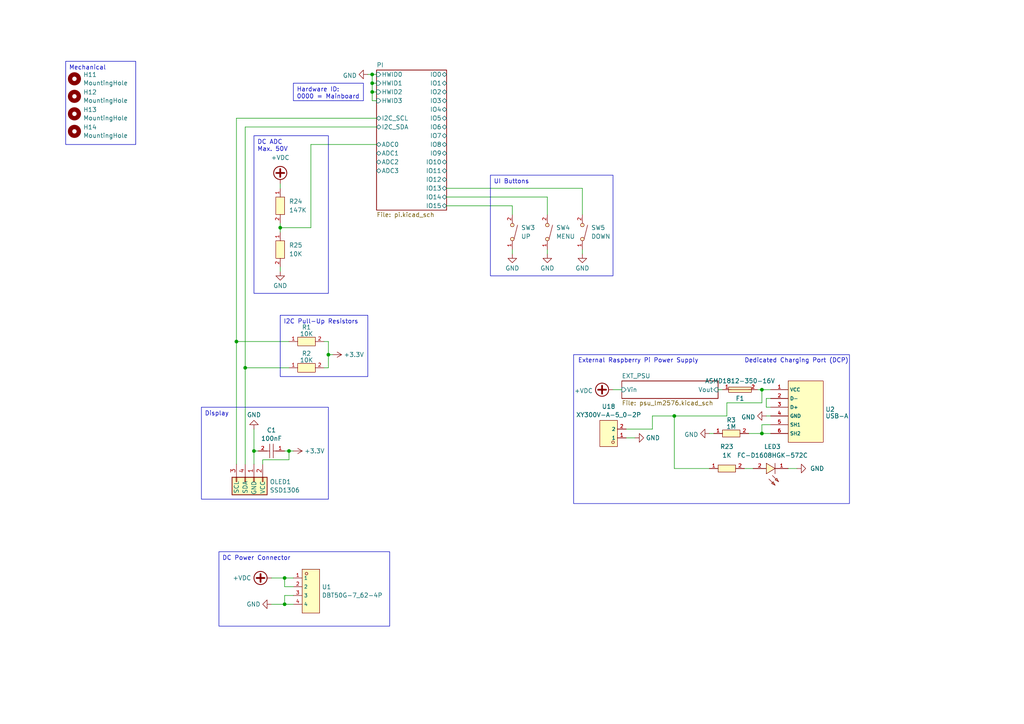
<source format=kicad_sch>
(kicad_sch (version 20231120) (generator "eeschema") (generator_version "8.0")
  (paper "A4")
  (title_block (title "Dispensy Mainboard") (date "2024-02-05") (rev "1") (company "DrinkRobotics") (comment 1 "https://git.xythobuz.de/thomas/Dispensy") (comment 2 "Licensed under the CERN-OHL-S-2.0+") (comment 3 "PCB Thickness: 1mm") (comment 4 "Copyright (c) 2023 - 2024 Thomas Buck <thomas@xythobuz.de>"))
  (lib_symbols
    (symbol "Mechanical:MountingHole" (pin_names (offset 1.016))
      (property "Reference" "H" (at 0 5.08 0))
      (property "Value" "MountingHole" (at 0 3.175 0))
      (symbol "MountingHole_0_1"
        (circle (center 0 0) (radius 1.27) (stroke (width 1.27)))
      )
    )
    (symbol "SSD1306:SSD1306" (pin_names (offset 1.016))
      (property "Reference" "OLED" (at 0 5.08 0))
      (property "Value" "SSD1306" (at 0 -7.62 0))
      (symbol "SSD1306_1_1"
        (rectangle (start -1.27 -4.953) (end 0 -5.207) (stroke (width 0.1524)))
        (rectangle (start -1.27 -2.413) (end 0 -2.667) (stroke (width 0.1524)))
        (rectangle (start -1.27 0.127) (end 0 -0.127) (stroke (width 0.1524)))
        (rectangle (start -1.27 2.667) (end 0 2.413) (stroke (width 0.1524)))
        (rectangle (start -1.27 3.81) (end 3.81 -6.35) (stroke (width 0.254)) (fill (type background)))
        (pin power_in line (at -5.08 0 0) (length 3.81) (name "GND") (number "1"))
        (pin power_in line (at -5.08 2.54 0) (length 3.81) (name "VCC") (number "2"))
        (pin input line (at -5.08 -5.08 0) (length 3.81) (name "SCL") (number "3"))
        (pin bidirectional line (at -5.08 -2.54 0) (length 3.81) (name "SDA") (number "4"))
      )
    )
    (symbol "jlc:AC0402FR-071ML" (pin_names hide)
      (property "Reference" "R" (at 0 1.27 0))
      (property "Value" "AC0402FR-071ML" (at 0 -2.54 0))
      (symbol "AC0402FR-071ML_0_1"
        (rectangle (start -2.54 1.016) (end 2.54 -1.016) (fill (type background)))
        (pin unspecified line (at -5.08 0 0) (length 2.54) (name "1") (number "1"))
        (pin unspecified line (at 5.08 0 180) (length 2.54) (name "2") (number "2"))
      )
    )
    (symbol "jlc:ASMD1812-350-16V" (pin_names hide)
      (property "Reference" "F" (at 0 1.27 0))
      (property "Value" "ASMD1812-350-16V" (at 0 -2.54 0))
      (symbol "ASMD1812-350-16V_0_1"
        (rectangle (start -3.302 0.762) (end 3.302 -0.762) (fill (type background)))
        (polyline (pts (xy -2.54 0) (xy 2.54 0)))
        (pin unspecified line (at -5.08 0 0) (length 2.54) (name "1") (number "1"))
        (pin unspecified line (at 5.08 0 180) (length 2.54) (name "2") (number "2"))
      )
    )
    (symbol "jlc:CC0402KRX7R8BB104" (pin_names hide)
      (property "Reference" "C" (at 0 1.27 0))
      (property "Value" "CC0402KRX7R8BB104" (at 0 -2.54 0))
      (symbol "CC0402KRX7R8BB104_0_1"
        (polyline (pts (xy -1.27 0) (xy -0.508 0)))
        (polyline (pts (xy -0.508 2.032) (xy -0.508 -2.032)))
        (polyline (pts (xy 0.508 0) (xy 1.27 0)))
        (polyline (pts (xy 0.508 2.032) (xy 0.508 -2.032)))
        (pin input line (at -3.81 0 0) (length 2.54) (name "1") (number "1"))
        (pin input line (at 3.81 0 180) (length 2.54) (name "2") (number "2"))
      )
    )
    (symbol "jlc:CR-02FL6----1K" (pin_names hide)
      (property "Reference" "R" (at 0 1.27 0))
      (property "Value" "CR-02FL6----1K" (at 0 -2.54 0))
      (symbol "CR-02FL6----1K_0_1"
        (rectangle (start -2.54 1.016) (end 2.54 -1.016) (fill (type background)))
        (pin unspecified line (at -5.08 0 0) (length 2.54) (name "1") (number "1"))
        (pin unspecified line (at 5.08 0 180) (length 2.54) (name "2") (number "2"))
      )
    )
    (symbol "jlc:CR-02FL6---10K" (pin_names hide)
      (property "Reference" "R" (at 0 1.27 0))
      (property "Value" "CR-02FL6---10K" (at 0 -2.54 0))
      (symbol "CR-02FL6---10K_0_1"
        (rectangle (start -2.54 1.27) (end 2.54 -1.27) (fill (type background)))
        (pin unspecified line (at -5.08 0 0) (length 2.54) (name "1") (number "1"))
        (pin unspecified line (at 5.08 0 180) (length 2.54) (name "2") (number "2"))
      )
    )
    (symbol "jlc:CR0402F147KQ10Z" (pin_names hide)
      (property "Reference" "R" (at 0 1.27 0))
      (property "Value" "CR0402F147KQ10Z" (at 0 -2.54 0))
      (symbol "CR0402F147KQ10Z_0_1"
        (rectangle (start -2.54 1.27) (end 2.54 -1.27) (fill (type background)))
        (pin unspecified line (at -5.08 0 0) (length 2.54) (name "1") (number "1"))
        (pin unspecified line (at 5.08 0 180) (length 2.54) (name "2") (number "2"))
      )
    )
    (symbol "jlc:DBT50G-7_62-4P"
      (property "Reference" "U" (at 0 1.27 0))
      (property "Value" "DBT50G-7_62-4P" (at 0 -2.54 0))
      (symbol "DBT50G-7_62-4P_0_1"
        (rectangle (start -2.54 6.35) (end 2.54 -6.35) (fill (type background)))
        (circle (center -1.27 5.08) (radius 0.381) (fill (type background)))
        (pin unspecified line (at -5.08 3.81 0) (length 2.54) (name "1") (number "1"))
        (pin unspecified line (at -5.08 1.27 0) (length 2.54) (name "2") (number "2"))
        (pin unspecified line (at -5.08 -1.27 0) (length 2.54) (name "3") (number "3"))
        (pin unspecified line (at -5.08 -3.81 0) (length 2.54) (name "4") (number "4"))
      )
    )
    (symbol "jlc:FC-D1608HGK-572C" (pin_names hide)
      (property "Reference" "LED" (at 0 1.27 0))
      (property "Value" "FC-D1608HGK-572C" (at 0 -2.54 0))
      (symbol "FC-D1608HGK-572C_0_1"
        (polyline (pts (xy -1.27 1.524) (xy -1.27 -1.524)))
        (polyline (pts (xy -0.508 2.032) (xy -2.286 3.81)))
        (polyline (pts (xy 0.508 3.048) (xy -1.27 4.826)))
        (polyline (pts (xy -2.286 3.81) (xy -1.27 3.302) (xy -1.778 2.794) (xy -2.286 3.81)) (fill (type background)))
        (polyline (pts (xy -1.27 4.826) (xy -0.254 4.318) (xy -0.762 3.81) (xy -1.27 4.826)) (fill (type background)))
        (polyline (pts (xy 1.27 -1.524) (xy -1.27 0) (xy 1.27 1.524) (xy 1.27 -1.524)) (fill (type background)))
        (pin input line (at -5.08 0 0) (length 3.81) (name "-") (number "1"))
        (pin input line (at 5.08 0 180) (length 3.81) (name "+") (number "2"))
      )
    )
    (symbol "jlc:TS-1092U-B3D2" (pin_names hide)
      (property "Reference" "SW" (at 0 1.27 0))
      (property "Value" "TS-1092U-B3D2" (at 0 -2.54 0))
      (symbol "TS-1092U-B3D2_0_1"
        (circle (center -2.032 0) (radius 0.508) (fill (type background)))
        (polyline (pts (xy 2.032 1.524) (xy -2.032 0.508)))
        (circle (center 2.032 0) (radius 0.508) (fill (type background)))
        (pin unspecified line (at -5.08 0 0) (length 2.54) (name "1") (number "1"))
        (pin unspecified line (at 5.08 0 180) (length 2.54) (name "2") (number "2"))
      )
    )
    (symbol "jlc:U-USBAR04P-F000"
      (property "Reference" "U" (at 0 1.27 0))
      (property "Value" "U-USBAR04P-F000" (at 0 -2.54 0))
      (symbol "U-USBAR04P-F000_0_1"
        (rectangle (start -2.54 10.16) (end 7.62 -7.62) (fill (type background)))
        (pin unspecified line (at -7.62 7.62 0) (length 5.08) (name "VCC") (number "1"))
        (pin unspecified line (at -7.62 5.08 0) (length 5.08) (name "D-") (number "2"))
        (pin unspecified line (at -7.62 2.54 0) (length 5.08) (name "D+") (number "3"))
        (pin unspecified line (at -7.62 0 0) (length 5.08) (name "GND") (number "4"))
        (pin unspecified line (at -7.62 -2.54 0) (length 5.08) (name "SH1") (number "5"))
        (pin unspecified line (at -7.62 -5.08 0) (length 5.08) (name "SH2") (number "6"))
      )
    )
    (symbol "jlc:XY300V-A-5_0-2P"
      (property "Reference" "U" (at 0 1.27 0))
      (property "Value" "XY300V-A-5_0-2P" (at 0 -2.54 0))
      (symbol "XY300V-A-5_0-2P_0_1"
        (rectangle (start -2.54 3.81) (end 2.54 -3.81) (fill (type background)))
        (circle (center -1.27 2.54) (radius 0.381) (fill (type background)))
        (pin unspecified line (at -5.08 1.27 0) (length 2.54) (name "1") (number "1"))
        (pin unspecified line (at -5.08 -1.27 0) (length 2.54) (name "2") (number "2"))
      )
    )
    (symbol "power:+3.3V" (power) (pin_names (offset 0))
      (property "Value" "+3.3V" (at 0 3.556 0))
      (symbol "+3.3V_0_1"
        (polyline (pts (xy -0.762 1.27) (xy 0 2.54)))
        (polyline (pts (xy 0 0) (xy 0 2.54)))
        (polyline (pts (xy 0 2.54) (xy 0.762 1.27)))
      )
      (symbol "+3.3V_1_1"
        (pin power_in line (at 0 0 90) (length 0) hide (name "+3.3V") (number "1"))
      )
    )
    (symbol "power:+VDC" (power) (pin_names (offset 0))
      (property "Value" "+VDC" (at 0 6.35 0))
      (symbol "+VDC_0_1"
        (polyline (pts (xy -1.143 3.175) (xy 1.143 3.175)) (stroke (width 0.508)))
        (polyline (pts (xy 0 0) (xy 0 1.27)))
        (polyline (pts (xy 0 2.032) (xy 0 4.318)) (stroke (width 0.508)))
        (circle (center 0 3.175) (radius 1.905) (stroke (width 0.254)))
      )
      (symbol "+VDC_1_1"
        (pin power_in line (at 0 0 90) (length 0) hide (name "+VDC") (number "1"))
      )
    )
    (symbol "power:GND" (power) (pin_names (offset 0))
      (property "Value" "GND" (at 0 -3.81 0))
      (symbol "GND_0_1"
        (polyline (pts (xy 0 0) (xy 0 -1.27) (xy 1.27 -1.27) (xy 0 -2.54) (xy -1.27 -1.27) (xy 0 -1.27)))
      )
      (symbol "GND_1_1"
        (pin power_in line (at 0 0 270) (length 0) hide (name "GND") (number "1"))
      )
    )
  )
  (junction (at 71.12 106.68))
  (junction (at 82.55 167.64))
  (junction (at 95.25 102.87))
  (junction (at 81.28 66.04))
  (junction (at 195.58 120.65))
  (junction (at 82.55 175.26))
  (junction (at 220.98 125.73))
  (junction (at 68.58 99.06))
  (junction (at 107.95 24.13))
  (junction (at 107.95 26.67))
  (junction (at 73.66 130.81))
  (junction (at 83.82 130.81))
  (junction (at 107.95 21.59))
  (junction (at 220.98 113.03))
  (wire (pts (xy 181.61 124.46) (xy 189.23 124.46)))
  (wire (pts (xy 210.82 116.84) (xy 220.98 116.84)))
  (wire (pts (xy 220.98 125.73) (xy 217.17 125.73)))
  (wire (pts (xy 222.25 115.57) (xy 223.52 115.57)))
  (wire (pts (xy 106.68 21.59) (xy 107.95 21.59)))
  (wire (pts (xy 81.28 64.77) (xy 81.28 66.04)))
  (wire (pts (xy 129.54 54.61) (xy 168.91 54.61)))
  (wire (pts (xy 129.54 57.15) (xy 158.75 57.15)))
  (wire (pts (xy 83.82 133.35) (xy 83.82 130.81)))
  (wire (pts (xy 76.2 134.62) (xy 76.2 133.35)))
  (wire (pts (xy 73.66 130.81) (xy 73.66 134.62)))
  (wire (pts (xy 82.55 172.72) (xy 82.55 175.26)))
  (wire (pts (xy 85.09 172.72) (xy 82.55 172.72)))
  (wire (pts (xy 71.12 36.83) (xy 109.22 36.83)))
  (wire (pts (xy 93.98 106.68) (xy 95.25 106.68)))
  (wire (pts (xy 210.82 120.65) (xy 210.82 116.84)))
  (wire (pts (xy 71.12 106.68) (xy 83.82 106.68)))
  (wire (pts (xy 228.6 135.89) (xy 231.14 135.89)))
  (wire (pts (xy 95.25 102.87) (xy 96.52 102.87)))
  (wire (pts (xy 195.58 120.65) (xy 210.82 120.65)))
  (wire (pts (xy 73.66 124.46) (xy 73.66 130.81)))
  (wire (pts (xy 222.25 120.65) (xy 223.52 120.65)))
  (wire (pts (xy 109.22 29.21) (xy 107.95 29.21)))
  (wire (pts (xy 107.95 29.21) (xy 107.95 26.67)))
  (wire (pts (xy 82.55 170.18) (xy 82.55 167.64)))
  (wire (pts (xy 158.75 72.39) (xy 158.75 73.66)))
  (wire (pts (xy 195.58 135.89) (xy 195.58 120.65)))
  (wire (pts (xy 189.23 120.65) (xy 195.58 120.65)))
  (wire (pts (xy 68.58 34.29) (xy 109.22 34.29)))
  (wire (pts (xy 78.74 175.26) (xy 82.55 175.26)))
  (wire (pts (xy 205.74 125.73) (xy 207.01 125.73)))
  (wire (pts (xy 181.61 127) (xy 184.15 127)))
  (wire (pts (xy 82.55 130.81) (xy 83.82 130.81)))
  (wire (pts (xy 90.17 41.91) (xy 90.17 66.04)))
  (wire (pts (xy 82.55 167.64) (xy 85.09 167.64)))
  (wire (pts (xy 219.71 113.03) (xy 220.98 113.03)))
  (wire (pts (xy 220.98 113.03) (xy 223.52 113.03)))
  (wire (pts (xy 68.58 134.62) (xy 68.58 99.06)))
  (wire (pts (xy 148.59 59.69) (xy 148.59 62.23)))
  (wire (pts (xy 223.52 118.11) (xy 222.25 118.11)))
  (wire (pts (xy 95.25 106.68) (xy 95.25 102.87)))
  (wire (pts (xy 71.12 134.62) (xy 71.12 106.68)))
  (wire (pts (xy 81.28 53.34) (xy 81.28 54.61)))
  (wire (pts (xy 107.95 26.67) (xy 107.95 24.13)))
  (wire (pts (xy 168.91 54.61) (xy 168.91 62.23)))
  (wire (pts (xy 220.98 123.19) (xy 220.98 125.73)))
  (wire (pts (xy 177.8 113.03) (xy 180.34 113.03)))
  (wire (pts (xy 90.17 66.04) (xy 81.28 66.04)))
  (wire (pts (xy 168.91 72.39) (xy 168.91 73.66)))
  (wire (pts (xy 208.28 113.03) (xy 209.55 113.03)))
  (wire (pts (xy 73.66 130.81) (xy 74.93 130.81)))
  (wire (pts (xy 109.22 24.13) (xy 107.95 24.13)))
  (wire (pts (xy 223.52 123.19) (xy 220.98 123.19)))
  (wire (pts (xy 148.59 72.39) (xy 148.59 73.66)))
  (wire (pts (xy 78.74 167.64) (xy 82.55 167.64)))
  (wire (pts (xy 85.09 170.18) (xy 82.55 170.18)))
  (wire (pts (xy 158.75 57.15) (xy 158.75 62.23)))
  (wire (pts (xy 220.98 116.84) (xy 220.98 113.03)))
  (wire (pts (xy 95.25 99.06) (xy 95.25 102.87)))
  (wire (pts (xy 107.95 24.13) (xy 107.95 21.59)))
  (wire (pts (xy 71.12 36.83) (xy 71.12 106.68)))
  (wire (pts (xy 82.55 175.26) (xy 85.09 175.26)))
  (wire (pts (xy 68.58 99.06) (xy 83.82 99.06)))
  (wire (pts (xy 129.54 59.69) (xy 148.59 59.69)))
  (wire (pts (xy 93.98 99.06) (xy 95.25 99.06)))
  (wire (pts (xy 83.82 130.81) (xy 85.09 130.81)))
  (wire (pts (xy 107.95 21.59) (xy 109.22 21.59)))
  (wire (pts (xy 81.28 66.04) (xy 81.28 67.31)))
  (wire (pts (xy 215.9 135.89) (xy 218.44 135.89)))
  (wire (pts (xy 81.28 77.47) (xy 81.28 78.74)))
  (wire (pts (xy 107.95 26.67) (xy 109.22 26.67)))
  (wire (pts (xy 189.23 124.46) (xy 189.23 120.65)))
  (wire (pts (xy 68.58 34.29) (xy 68.58 99.06)))
  (wire (pts (xy 220.98 125.73) (xy 223.52 125.73)))
  (wire (pts (xy 90.17 41.91) (xy 109.22 41.91)))
  (wire (pts (xy 205.74 135.89) (xy 195.58 135.89)))
  (wire (pts (xy 76.2 133.35) (xy 83.82 133.35)))
  (wire (pts (xy 222.25 118.11) (xy 222.25 115.57)))
  (rectangle (start 166.37 102.87) (end 246.38 146.05))
  (text_box "Hardware ID:\n0000 = Mainboard" (at 85.09 24.13 0) (size 20.32 5.08) (effects (font (size 1.27 1.27)) (justify left top)))
  (text_box "DC ADC\nMax. 50V" (at 73.66 39.37 0) (size 21.59 45.72) (effects (font (size 1.27 1.27)) (justify left top)))
  (text_box "DC Power Connector" (at 63.5 160.02 0) (size 49.53 21.59) (effects (font (size 1.27 1.27)) (justify left top)))
  (text_box "UI Buttons" (at 142.24 50.8 0) (size 35.56 29.21) (effects (font (size 1.27 1.27)) (justify left top)))
  (text_box "I2C Pull-Up Resistors" (at 81.28 91.44 0) (size 25.4 17.78) (effects (font (size 1.27 1.27)) (justify left top)))
  (text_box "Display" (at 58.42 118.11 0) (size 36.83 26.67) (effects (font (size 1.27 1.27)) (justify left top)))
  (text_box "Mechanical" (at 19.05 17.78 0) (size 20.32 24.13) (effects (font (size 1.27 1.27)) (justify left top)))
  (text "Dedicated Charging Port (DCP)" (at 215.9 105.41 0) (effects (font (size 1.27 1.27)) (justify left bottom)))
  (text "External Raspberry Pi Power Supply" (at 167.64 105.41 0) (effects (font (size 1.27 1.27)) (justify left bottom)))
  (symbol (lib_id "Mechanical:MountingHole") (at 21.59 22.86 0) (unit 1)
    (property "Reference" "H11" (at 24.13 21.6479 0) (effects (justify left)))
    (property "Value" "MountingHole" (at 24.13 24.0721 0) (effects (justify left)))
    (property "Footprint" "MountingHole:MountingHole_3.2mm_M3_Pad_TopBottom" (effects (hide yes)))
  )
  (symbol (lib_id "power:GND") (at 81.28 78.74 0) (mirror y) (unit 1)
    (property "Reference" "#PWR079" (effects (hide yes)))
    (property "Value" "GND" (at 81.28 82.8731 0))
  )
  (symbol (lib_id "jlc:CR0402F147KQ10Z") (at 81.28 59.69 270) (unit 1)
    (property "Reference" "R24" (at 83.82 58.42 90) (effects (justify left)))
    (property "Value" "147K" (at 83.82 60.96 90) (effects (justify left)))
    (property "Footprint" "jlc_footprints:R0402" (effects (hide yes)))
    (property "Datasheet" "https://item.szlcsc.com/323315.html" (effects (hide yes)))
    (property "LCSC" "C881044" (effects (hide yes)))
  )
  (symbol (lib_id "jlc:CC0402KRX7R8BB104") (at 78.74 130.81 180) (unit 1)
    (property "Reference" "C1" (at 78.74 124.7607 0))
    (property "Value" "100nF" (at 78.74 127.1849 0))
    (property "Footprint" "jlc_footprints:C0402" (effects (hide yes)))
    (property "Datasheet" "https://item.szlcsc.com/15869.html" (effects (hide yes)))
    (property "LCSC" "C105883" (effects (hide yes)))
    (property "Capacitance" "100nF" (effects (hide yes)))
  )
  (symbol (lib_id "jlc:CR-02FL6----1K") (at 210.82 135.89 0) (unit 1)
    (property "Reference" "R23" (at 210.82 129.54 0))
    (property "Value" "1K" (at 210.82 132.08 0))
    (property "Footprint" "jlc_footprints:R0402" (effects (hide yes)))
    (property "Datasheet" "https://item.szlcsc.com/323315.html" (effects (hide yes)))
    (property "LCSC" "C279981" (effects (hide yes)))
    (property "Resistance" "1kΩ" (effects (hide yes)))
  )
  (symbol (lib_id "SSD1306:SSD1306") (at 73.66 139.7 270) (unit 1)
    (property "Reference" "OLED1" (at 78.232 139.7579 90) (effects (justify left)))
    (property "Value" "SSD1306" (at 78.232 142.1821 90) (effects (justify left)))
    (property "Footprint" "extern:SSD1306_0.96_Oled" (effects (hide yes)))
  )
  (symbol (lib_id "power:GND") (at 73.66 124.46 180) (unit 1)
    (property "Reference" "#PWR03" (effects (hide yes)))
    (property "Value" "GND" (at 73.66 120.3269 0))
  )
  (symbol (lib_id "power:GND") (at 222.25 120.65 270) (unit 1)
    (property "Reference" "#PWR011" (effects (hide yes)))
    (property "Value" "GND" (at 219.0751 120.9668 90) (effects (justify right)))
  )
  (symbol (lib_id "Mechanical:MountingHole") (at 21.59 33.02 0) (unit 1)
    (property "Reference" "H13" (at 24.13 31.8079 0) (effects (justify left)))
    (property "Value" "MountingHole" (at 24.13 34.2321 0) (effects (justify left)))
    (property "Footprint" "MountingHole:MountingHole_3.2mm_M3_Pad_TopBottom" (effects (hide yes)))
  )
  (symbol (lib_id "jlc:U-USBAR04P-F000") (at 231.14 120.65 0) (unit 1)
    (property "Reference" "U2" (at 239.395 118.7363 0) (effects (justify left)))
    (property "Value" "USB-A" (at 239.395 120.6573 0) (effects (justify left)))
    (property "Footprint" "jlc_footprints:USB-A-TH_USB-302-T" (effects (hide yes)))
    (property "Datasheet" "https://item.szlcsc.com/113689.html" (effects (hide yes)))
    (property "LCSC" "C386740" (effects (hide yes)))
  )
  (symbol (lib_id "jlc:XY300V-A-5_0-2P") (at 176.53 125.73 180) (unit 1)
    (property "Reference" "U18" (at 176.53 117.9027 0))
    (property "Value" "XY300V-A-5_0-2P" (at 176.53 120.3269 0))
    (property "Footprint" "jlc_footprints:CONN-TH_XY300V-A-5.0-2P" (effects (hide yes)))
    (property "Datasheet" "https://atta.szlcsc.com/upload/public/pdf/source/20200527/C557648_4A2FA4132AA24EE423B62B1474E9B5BB.pdf" (effects (hide yes)))
    (property "LCSC" "C557648" (effects (hide yes)))
  )
  (symbol (lib_id "jlc:CR-02FL6---10K") (at 88.9 106.68 0) (unit 1)
    (property "Reference" "R2" (at 88.9 102.5271 0))
    (property "Value" "10K" (at 88.9 104.4481 0))
    (property "Footprint" "jlc_footprints:R0402" (effects (hide yes)))
    (property "Datasheet" "https://item.szlcsc.com/323315.html" (effects (hide yes)))
    (property "LCSC" "C406733" (effects (hide yes)))
    (property "Resistance" "10kΩ" (effects (hide yes)))
  )
  (symbol (lib_id "power:+3.3V") (at 96.52 102.87 270) (unit 1)
    (property "Reference" "#PWR08" (effects (hide yes)))
    (property "Value" "+3.3V" (at 99.695 102.87 90) (effects (justify left)))
  )
  (symbol (lib_id "jlc:ASMD1812-350-16V") (at 214.63 113.03 0) (unit 1)
    (property "Reference" "F1" (at 214.63 115.57 0))
    (property "Value" "ASMD1812-350-16V" (at 214.63 110.49 0))
    (property "Footprint" "jlc_footprints:F1812" (effects (hide yes)))
    (property "Datasheet" "https://item.szlcsc.com/343302.html" (effects (hide yes)))
    (property "LCSC" "C2982285" (effects (hide yes)))
  )
  (symbol (lib_id "power:GND") (at 205.74 125.73 270) (unit 1)
    (property "Reference" "#PWR010" (effects (hide yes)))
    (property "Value" "GND" (at 202.5651 126.0468 90) (effects (justify right)))
  )
  (symbol (lib_id "power:+VDC") (at 78.74 167.64 90) (unit 1)
    (property "Reference" "#PWR01" (effects (hide yes)))
    (property "Value" "+VDC" (at 72.898 167.64 90) (effects (justify left)))
  )
  (symbol (lib_id "power:GND") (at 184.15 127 90) (unit 1)
    (property "Reference" "#PWR073" (effects (hide yes)))
    (property "Value" "GND" (at 187.325 127 90) (effects (justify right)))
  )
  (symbol (lib_id "Mechanical:MountingHole") (at 21.59 27.94 0) (unit 1)
    (property "Reference" "H12" (at 24.13 26.7279 0) (effects (justify left)))
    (property "Value" "MountingHole" (at 24.13 29.1521 0) (effects (justify left)))
    (property "Footprint" "MountingHole:MountingHole_3.2mm_M3_Pad_TopBottom" (effects (hide yes)))
  )
  (symbol (lib_id "jlc:FC-D1608HGK-572C") (at 223.52 135.89 180) (unit 1)
    (property "Reference" "LED3" (at 224.028 129.54 0))
    (property "Value" "FC-D1608HGK-572C" (at 224.028 132.08 0))
    (property "Footprint" "jlc_footprints:LED0603-RD" (effects (hide yes)))
    (property "Datasheet" "https://item.szlcsc.com/347874.html" (effects (hide yes)))
    (property "LCSC" "C84264" (effects (hide yes)))
  )
  (symbol (lib_id "power:GND") (at 168.91 73.66 0) (mirror y) (unit 1)
    (property "Reference" "#PWR012" (effects (hide yes)))
    (property "Value" "GND" (at 168.91 77.7931 0))
  )
  (symbol (lib_id "jlc:DBT50G-7_62-4P") (at 90.17 171.45 0) (unit 1)
    (property "Reference" "U1" (at 93.345 170.2379 0) (effects (justify left)))
    (property "Value" "DBT50G-7_62-4P" (at 93.345 172.6621 0) (effects (justify left)))
    (property "Footprint" "jlc_footprints:CONN-TH_4P-P7.62_L15.2-W31.7-EX4.2" (effects (hide yes)))
    (property "Datasheet" "https://item.szlcsc.com/512151.html?ref=editor&logined=true" (effects (hide yes)))
    (property "LCSC" "C496132" (effects (hide yes)))
  )
  (symbol (lib_id "power:GND") (at 231.14 135.89 90) (unit 1)
    (property "Reference" "#PWR078" (effects (hide yes)))
    (property "Value" "GND" (at 234.95 135.89 90) (effects (justify right)))
  )
  (symbol (lib_id "jlc:AC0402FR-071ML") (at 212.09 125.73 0) (unit 1)
    (property "Reference" "R3" (at 212.09 121.8311 0))
    (property "Value" "1M" (at 212.09 123.7521 0))
    (property "Footprint" "jlc_footprints:R0402" (effects (hide yes)))
    (property "Datasheet" "https://item.szlcsc.com/323315.html" (effects (hide yes)))
    (property "LCSC" "C144787" (effects (hide yes)))
    (property "Resistance" "1MΩ" (effects (hide yes)))
  )
  (symbol (lib_id "power:GND") (at 106.68 21.59 270) (unit 1)
    (property "Reference" "#PWR09" (effects (hide yes)))
    (property "Value" "GND" (at 103.5051 21.9068 90) (effects (justify right)))
  )
  (symbol (lib_id "power:+VDC") (at 177.8 113.03 90) (unit 1)
    (property "Reference" "#PWR07" (effects (hide yes)))
    (property "Value" "+VDC" (at 171.958 113.3468 90) (effects (justify left)))
  )
  (symbol (lib_id "power:GND") (at 158.75 73.66 0) (mirror y) (unit 1)
    (property "Reference" "#PWR05" (effects (hide yes)))
    (property "Value" "GND" (at 158.75 77.7931 0))
  )
  (symbol (lib_id "power:GND") (at 78.74 175.26 270) (unit 1)
    (property "Reference" "#PWR02" (effects (hide yes)))
    (property "Value" "GND" (at 75.5651 175.26 90) (effects (justify right)))
  )
  (symbol (lib_id "jlc:CR-02FL6---10K") (at 81.28 72.39 270) (unit 1)
    (property "Reference" "R25" (at 83.82 71.12 90) (effects (justify left)))
    (property "Value" "10K" (at 83.82 73.66 90) (effects (justify left)))
    (property "Footprint" "jlc_footprints:R0402" (effects (hide yes)))
    (property "Datasheet" "https://item.szlcsc.com/323315.html" (effects (hide yes)))
    (property "LCSC" "C406733" (effects (hide yes)))
    (property "Resistance" "10kΩ" (effects (hide yes)))
  )
  (symbol (lib_id "power:GND") (at 148.59 73.66 0) (mirror y) (unit 1)
    (property "Reference" "#PWR04" (effects (hide yes)))
    (property "Value" "GND" (at 148.59 77.7931 0))
  )
  (symbol (lib_id "jlc:TS-1092U-B3D2") (at 168.91 67.31 270) (mirror x) (unit 1)
    (property "Reference" "SW5" (at 171.45 66.04 90) (effects (justify left)))
    (property "Value" "DOWN" (at 171.45 68.58 90) (effects (justify left)))
    (property "Footprint" "jlc_footprints:SW-SMD_L6.1-W3.6-LS6.6" (effects (hide yes)))
    (property "Datasheet" "https://item.szlcsc.com/537807.html" (effects (hide yes)))
    (property "LCSC" "C520861" (effects (hide yes)))
  )
  (symbol (lib_id "power:+3.3V") (at 85.09 130.81 270) (unit 1)
    (property "Reference" "#PWR06" (effects (hide yes)))
    (property "Value" "+3.3V" (at 88.265 130.81 90) (effects (justify left)))
  )
  (symbol (lib_id "jlc:TS-1092U-B3D2") (at 148.59 67.31 270) (mirror x) (unit 1)
    (property "Reference" "SW3" (at 151.13 66.04 90) (effects (justify left)))
    (property "Value" "UP" (at 151.13 68.58 90) (effects (justify left)))
    (property "Footprint" "jlc_footprints:SW-SMD_L6.1-W3.6-LS6.6" (effects (hide yes)))
    (property "Datasheet" "https://item.szlcsc.com/537807.html" (effects (hide yes)))
    (property "LCSC" "C520861" (effects (hide yes)))
  )
  (symbol (lib_id "power:+VDC") (at 81.28 53.34 0) (unit 1)
    (property "Reference" "#PWR080" (effects (hide yes)))
    (property "Value" "+VDC" (at 81.28 45.72 0))
  )
  (symbol (lib_id "jlc:CR-02FL6---10K") (at 88.9 99.06 0) (unit 1)
    (property "Reference" "R1" (at 88.9 94.9071 0))
    (property "Value" "10K" (at 88.9 96.8281 0))
    (property "Footprint" "jlc_footprints:R0402" (effects (hide yes)))
    (property "Datasheet" "https://item.szlcsc.com/323315.html" (effects (hide yes)))
    (property "LCSC" "C406733" (effects (hide yes)))
    (property "Resistance" "10kΩ" (effects (hide yes)))
  )
  (symbol (lib_id "Mechanical:MountingHole") (at 21.59 38.1 0) (unit 1)
    (property "Reference" "H14" (at 24.13 36.8879 0) (effects (justify left)))
    (property "Value" "MountingHole" (at 24.13 39.3121 0) (effects (justify left)))
    (property "Footprint" "MountingHole:MountingHole_3.2mm_M3_Pad_TopBottom" (effects (hide yes)))
  )
  (symbol (lib_id "jlc:TS-1092U-B3D2") (at 158.75 67.31 270) (mirror x) (unit 1)
    (property "Reference" "SW4" (at 161.29 66.04 90) (effects (justify left)))
    (property "Value" "MENU" (at 161.29 68.58 90) (effects (justify left)))
    (property "Footprint" "jlc_footprints:SW-SMD_L6.1-W3.6-LS6.6" (effects (hide yes)))
    (property "Datasheet" "https://item.szlcsc.com/537807.html" (effects (hide yes)))
    (property "LCSC" "C520861" (effects (hide yes)))
  )
  (sheet (at 180.34 110.49) (size 27.94 5.08) (stroke (width 0.1524))
    (property "Sheetname" "EXT_PSU" (at 180.34 109.7784 0) (effects (justify left bottom)))
    (property "Sheetfile" "psu_lm2576.kicad_sch" (at 180.34 116.1546 0) (effects (justify left top)))
    (pin "Vout" input (at 208.28 113.03 0))
    (pin "Vin" input (at 180.34 113.03 180))
  )
  (sheet (at 109.22 20.32) (size 20.32 40.64) (stroke (width 0.1524))
    (property "Sheetname" "PI" (at 109.22 19.6084 0) (effects (justify left bottom)))
    (property "Sheetfile" "pi.kicad_sch" (at 109.22 61.5446 0) (effects (justify left top)))
    (pin "IO8" bidirectional (at 129.54 41.91 0))
    (pin "IO9" bidirectional (at 129.54 44.45 0))
    (pin "IO5" bidirectional (at 129.54 34.29 0))
    (pin "IO6" bidirectional (at 129.54 36.83 0))
    (pin "IO7" bidirectional (at 129.54 39.37 0))
    (pin "IO4" bidirectional (at 129.54 31.75 0))
    (pin "IO3" bidirectional (at 129.54 29.21 0))
    (pin "IO2" bidirectional (at 129.54 26.67 0))
    (pin "IO1" bidirectional (at 129.54 24.13 0))
    (pin "IO0" bidirectional (at 129.54 21.59 0))
    (pin "IO15" bidirectional (at 129.54 59.69 0))
    (pin "IO14" bidirectional (at 129.54 57.15 0))
    (pin "ADC1" bidirectional (at 109.22 44.45 180))
    (pin "ADC2" bidirectional (at 109.22 46.99 180))
    (pin "ADC3" bidirectional (at 109.22 49.53 180))
    (pin "ADC0" bidirectional (at 109.22 41.91 180))
    (pin "IO12" bidirectional (at 129.54 52.07 0))
    (pin "I2C_SDA" bidirectional (at 109.22 36.83 180))
    (pin "IO13" bidirectional (at 129.54 54.61 0))
    (pin "IO10" bidirectional (at 129.54 46.99 0))
    (pin "IO11" bidirectional (at 129.54 49.53 0))
    (pin "I2C_SCL" bidirectional (at 109.22 34.29 180))
    (pin "HWID2" input (at 109.22 26.67 180))
    (pin "HWID3" input (at 109.22 29.21 180))
    (pin "HWID0" input (at 109.22 21.59 180))
    (pin "HWID1" input (at 109.22 24.13 180))
  )
)
</source>
